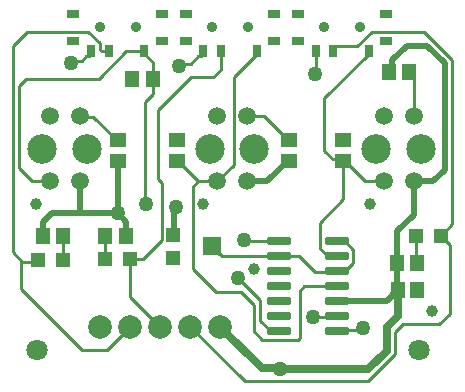
<source format=gtl>
G04*
G04 #@! TF.GenerationSoftware,Altium Limited,Altium Designer,22.8.2 (66)*
G04*
G04 Layer_Physical_Order=1*
G04 Layer_Color=255*
%FSLAX44Y44*%
%MOMM*%
G71*
G04*
G04 #@! TF.SameCoordinates,69D579BB-6610-4C83-93C2-135228772BCE*
G04*
G04*
G04 #@! TF.FilePolarity,Positive*
G04*
G01*
G75*
%ADD13R,0.7000X1.1000*%
%ADD14R,1.0000X0.8000*%
%ADD15R,1.1500X1.3500*%
%ADD16R,1.3000X1.4000*%
%ADD17R,1.2000X1.2000*%
%ADD18R,1.3500X1.1500*%
%ADD19R,1.5000X1.6000*%
G04:AMPARAMS|DCode=20|XSize=1.97mm|YSize=0.6mm|CornerRadius=0.075mm|HoleSize=0mm|Usage=FLASHONLY|Rotation=180.000|XOffset=0mm|YOffset=0mm|HoleType=Round|Shape=RoundedRectangle|*
%AMROUNDEDRECTD20*
21,1,1.9700,0.4500,0,0,180.0*
21,1,1.8200,0.6000,0,0,180.0*
1,1,0.1500,-0.9100,0.2250*
1,1,0.1500,0.9100,0.2250*
1,1,0.1500,0.9100,-0.2250*
1,1,0.1500,-0.9100,-0.2250*
%
%ADD20ROUNDEDRECTD20*%
%ADD36C,0.2540*%
%ADD37C,0.7000*%
%ADD38C,0.5000*%
%ADD39C,0.9000*%
%ADD40C,1.5000*%
%ADD41C,1.0000*%
%ADD42C,2.5000*%
%ADD43C,2.0000*%
%ADD44C,1.8000*%
%ADD45C,1.2700*%
D13*
X349500Y663000D02*
D03*
X334500D02*
D03*
X379500D02*
D03*
X474500D02*
D03*
X429500D02*
D03*
X444500D02*
D03*
X569500D02*
D03*
X524500D02*
D03*
X539500D02*
D03*
D14*
X319500Y695000D02*
D03*
X394500D02*
D03*
Y672000D02*
D03*
X319500D02*
D03*
X414500D02*
D03*
X489500D02*
D03*
Y695000D02*
D03*
X414500D02*
D03*
X509500Y672000D02*
D03*
X584500D02*
D03*
Y695000D02*
D03*
X509500D02*
D03*
D15*
X386750Y640000D02*
D03*
X369250D02*
D03*
X311000Y507000D02*
D03*
X293500D02*
D03*
X346500D02*
D03*
X364000D02*
D03*
X610750Y484000D02*
D03*
X593250D02*
D03*
X586250Y646000D02*
D03*
X603750D02*
D03*
D16*
X610000Y461000D02*
D03*
X594000D02*
D03*
D17*
X367500Y487000D02*
D03*
X346500D02*
D03*
X404000Y508000D02*
D03*
Y488000D02*
D03*
X289500Y486000D02*
D03*
X310500D02*
D03*
X630500Y507000D02*
D03*
X609500D02*
D03*
D18*
X502000Y570250D02*
D03*
Y587750D02*
D03*
X357000Y570250D02*
D03*
Y587750D02*
D03*
X548000Y570250D02*
D03*
Y587750D02*
D03*
X407000Y570250D02*
D03*
Y587750D02*
D03*
D19*
X436500Y498000D02*
D03*
D20*
X542750Y425900D02*
D03*
Y438600D02*
D03*
Y451300D02*
D03*
Y464000D02*
D03*
Y476700D02*
D03*
Y489400D02*
D03*
Y502100D02*
D03*
X493250D02*
D03*
Y489400D02*
D03*
Y476700D02*
D03*
Y464000D02*
D03*
Y451300D02*
D03*
Y438600D02*
D03*
Y425900D02*
D03*
D36*
X592000Y425512D02*
X598488Y432000D01*
X629000D01*
X638000Y441000D01*
Y499500D01*
X630500Y507000D02*
X638000Y499500D01*
X532000Y579000D02*
X538928Y572072D01*
X532000Y579000D02*
Y623500D01*
X569500Y661000D01*
X394190Y503190D02*
Y551810D01*
X391000Y555000D02*
X394190Y551810D01*
X391000Y555000D02*
Y613000D01*
X419000Y641000D01*
X592000Y406662D02*
Y425512D01*
X569178Y383840D02*
X592000Y406662D01*
X464560Y383840D02*
X569178D01*
X418400Y430000D02*
X464560Y383840D01*
X544300Y427450D02*
X563450D01*
X565000Y429000D01*
X542750Y425900D02*
X544300Y427450D01*
X442730Y491270D02*
X443230D01*
X436500Y497500D02*
X442730Y491270D01*
X443230D02*
X445100Y489400D01*
X493250D01*
X510600D01*
X464000Y503000D02*
X464450Y502550D01*
X492800D01*
X493250Y502100D01*
X609500Y485250D02*
Y507000D01*
Y485250D02*
X610750Y484000D01*
X640310Y516810D02*
Y655614D01*
X630500Y507000D02*
X640310Y516810D01*
X539500Y663000D02*
Y665000D01*
X541730Y667230D01*
X559342D01*
X571922Y679810D01*
X616114D02*
X640310Y655614D01*
X571922Y679810D02*
X616114D01*
X420390Y478610D02*
X440000Y459000D01*
X420390Y548140D02*
X425250Y553000D01*
X420390Y478610D02*
Y548140D01*
X440000Y459000D02*
X461000D01*
X380000Y535000D02*
X381000Y534000D01*
X380000Y535000D02*
Y619868D01*
X386750Y626618D01*
X378000Y487000D02*
X394190Y503190D01*
X524000Y644000D02*
X524500Y644500D01*
Y663000D01*
X522300Y438300D02*
X542450D01*
X542750Y438600D01*
X522000Y438000D02*
X522300Y438300D01*
X511000Y460000D02*
X515000Y464000D01*
X542750D01*
X511000Y420488D02*
Y460000D01*
X479000Y419000D02*
X509512D01*
X511000Y420488D01*
X427270Y658770D02*
X429500Y661000D01*
X425270Y658770D02*
X427270D01*
X419160Y652660D02*
X425270Y658770D01*
X410660Y652660D02*
X419160D01*
X409000Y651000D02*
X410660Y652660D01*
X429500Y661000D02*
Y663000D01*
X419000Y641000D02*
X438000D01*
X444500Y647500D02*
Y663000D01*
X438000Y641000D02*
X444500Y647500D01*
X386750Y626618D02*
Y640000D01*
X477160Y435140D02*
Y452840D01*
Y435140D02*
X486400Y425900D01*
X493250D01*
X459000Y471000D02*
X477160Y452840D01*
X317000Y653000D02*
X318944Y654944D01*
X334500Y661000D02*
Y663000D01*
X332270Y658770D02*
X334500Y661000D01*
X330270Y658770D02*
X332270D01*
X326444Y654944D02*
X330270Y658770D01*
X318944Y654944D02*
X326444D01*
X367500Y487000D02*
X378000D01*
X441000Y553000D02*
X455090Y567090D01*
Y641590D02*
X474500Y661000D01*
X455090Y567090D02*
Y641590D01*
X461000Y459000D02*
X472080Y447920D01*
Y425920D02*
Y447920D01*
Y425920D02*
X479000Y419000D01*
X532870Y491130D02*
X541020D01*
X528000Y496000D02*
Y517885D01*
Y496000D02*
X532870Y491130D01*
X528000Y517885D02*
X548000Y537885D01*
X541020Y491130D02*
X542750Y489400D01*
X548000Y537885D02*
Y570250D01*
X556410Y483510D02*
Y495290D01*
X549600Y502100D02*
X556410Y495290D01*
X542750Y502100D02*
X549600D01*
X548900Y476000D02*
X556410Y483510D01*
X524000Y476000D02*
X548900D01*
X510600Y489400D02*
X524000Y476000D01*
X436500Y497500D02*
Y498000D01*
X346500Y487000D02*
Y507000D01*
X346500Y487000D02*
X346500Y487000D01*
X311000Y486500D02*
Y507000D01*
X310500Y486000D02*
X311000Y486500D01*
X288500Y485000D02*
X289500Y486000D01*
X276000Y485000D02*
X288500D01*
X275000Y484000D02*
X276000Y485000D01*
X275000Y462000D02*
Y484000D01*
Y462000D02*
X326948Y410052D01*
X267920Y493080D02*
X276000Y485000D01*
X367500Y455500D02*
X393000Y430000D01*
X367500Y455500D02*
Y487000D01*
X267920Y493080D02*
Y667920D01*
X273000Y634000D02*
X279000Y640000D01*
X273000Y564000D02*
Y634000D01*
Y564000D02*
X284000Y553000D01*
X267920Y667920D02*
X279810Y679810D01*
X284000Y553000D02*
X299300D01*
X340888Y640000D02*
X363888Y663000D01*
X279000Y640000D02*
X340888D01*
X363888Y663000D02*
X379500D01*
X474500Y661000D02*
Y663000D01*
X336010Y607740D02*
X356000Y587750D01*
X324700Y608000D02*
X324960Y607740D01*
X356000Y587750D02*
X357000D01*
X324960Y607740D02*
X336010D01*
X408000Y570250D02*
X425250Y553000D01*
X441000D01*
X407000Y570250D02*
X408000D01*
X480750Y608000D02*
X501000Y587750D01*
X466400Y608000D02*
X480750D01*
X501000Y587750D02*
X502000D01*
X549000Y570250D02*
X566250Y553000D01*
X548000Y570250D02*
X549000D01*
X566250Y553000D02*
X582000D01*
X546178Y572072D02*
X548000Y570250D01*
X538928Y572072D02*
X546178D01*
X569500Y661000D02*
Y663000D01*
X279810Y679810D02*
X332078D01*
X341810Y670078D01*
Y664488D02*
Y670078D01*
Y664488D02*
X343298Y663000D01*
X349500D01*
X607400Y608000D02*
Y642350D01*
X603750Y646000D02*
X607400Y642350D01*
X347652Y410052D02*
X367600Y430000D01*
X326948Y410052D02*
X347652D01*
X386750Y640000D02*
Y653750D01*
X379500Y661000D02*
Y663000D01*
Y661000D02*
X386750Y653750D01*
X569000Y664000D02*
X569500Y663500D01*
Y663000D02*
Y663500D01*
D37*
X584690Y430028D02*
X594000Y439338D01*
Y457500D01*
X584690Y409690D02*
Y430028D01*
X569000Y394000D02*
X584690Y409690D01*
X591000Y457500D02*
X594000D01*
X492909Y395091D02*
X494000Y394000D01*
X478709Y395091D02*
X492909D01*
X443800Y430000D02*
X478709Y395091D01*
X494000Y394000D02*
X569000D01*
D38*
X591000Y457500D02*
X593625Y460125D01*
X584800Y451300D02*
X591000Y457500D01*
X542750Y451300D02*
X584800D01*
X593625Y460125D02*
Y483625D01*
X593250Y484000D02*
X593625Y483625D01*
X593250Y484000D02*
Y510572D01*
X607400Y524722D01*
Y553000D01*
X624000D01*
X634000Y563000D01*
Y653000D01*
X602000Y668000D02*
X619000D01*
X634000Y653000D01*
X589500Y655500D02*
X602000Y668000D01*
X589500Y649250D02*
Y655500D01*
X586250Y646000D02*
X589500Y649250D01*
X483750Y553000D02*
X501000Y570250D01*
X466400Y553000D02*
X483750D01*
X501000Y570250D02*
X502000D01*
X405000Y530000D02*
X406000Y531000D01*
X404000Y508000D02*
X405000Y509000D01*
Y530000D01*
X364000Y507000D02*
Y519000D01*
X357000Y526000D02*
X364000Y519000D01*
X357000Y526000D02*
Y570250D01*
X325000Y526000D02*
X357000D01*
X301000D02*
X325000D01*
X324700Y526300D02*
Y553000D01*
Y526300D02*
X325000Y526000D01*
X293500Y518500D02*
X301000Y526000D01*
X293500Y507000D02*
Y518500D01*
D39*
X342000Y683500D02*
D03*
X372000D02*
D03*
X467000D02*
D03*
X437000D02*
D03*
X562000D02*
D03*
X532000D02*
D03*
D40*
X466400Y553000D02*
D03*
X441000D02*
D03*
X466400Y608000D02*
D03*
X441000D02*
D03*
X324700Y553000D02*
D03*
X299300D02*
D03*
X324700Y608000D02*
D03*
X299300D02*
D03*
X607400Y553000D02*
D03*
X582000D02*
D03*
X607400Y608000D02*
D03*
X582000D02*
D03*
D41*
X429200Y534000D02*
D03*
X287500D02*
D03*
X570200D02*
D03*
X623000Y443000D02*
D03*
X472000Y479000D02*
D03*
D42*
X434700Y580500D02*
D03*
X472700D02*
D03*
X293000D02*
D03*
X331000D02*
D03*
X575700D02*
D03*
X613700D02*
D03*
D43*
X418400Y430000D02*
D03*
X393000D02*
D03*
X342200D02*
D03*
X367600D02*
D03*
X443800D02*
D03*
D44*
X289000Y410000D02*
D03*
X612000D02*
D03*
D45*
X565000Y429000D02*
D03*
X494000Y394000D02*
D03*
X464000Y503000D02*
D03*
X406000Y531000D02*
D03*
X381000Y534000D02*
D03*
X357000Y526000D02*
D03*
X524000Y644000D02*
D03*
X522000Y438000D02*
D03*
X409000Y651000D02*
D03*
X459000Y471000D02*
D03*
X317000Y653000D02*
D03*
M02*

</source>
